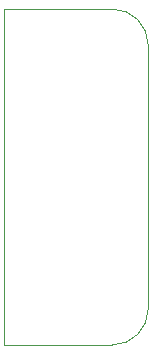
<source format=gbr>
G04 (created by PCBNEW (2013-07-07 BZR 4022)-stable) date 4/23/2014 9:43:38 AM*
%MOIN*%
G04 Gerber Fmt 3.4, Leading zero omitted, Abs format*
%FSLAX34Y34*%
G01*
G70*
G90*
G04 APERTURE LIST*
%ADD10C,0.00590551*%
%ADD11C,0.00393701*%
G04 APERTURE END LIST*
G54D10*
G54D11*
X75300Y-47400D02*
X75300Y-58600D01*
X80100Y-48600D02*
G75*
G03X78900Y-47400I-1200J0D01*
G74*
G01*
X80100Y-57400D02*
X80100Y-48600D01*
X78900Y-58600D02*
G75*
G03X80100Y-57400I0J1200D01*
G74*
G01*
X78900Y-58600D02*
X75300Y-58600D01*
X75300Y-47400D02*
X78900Y-47400D01*
M02*

</source>
